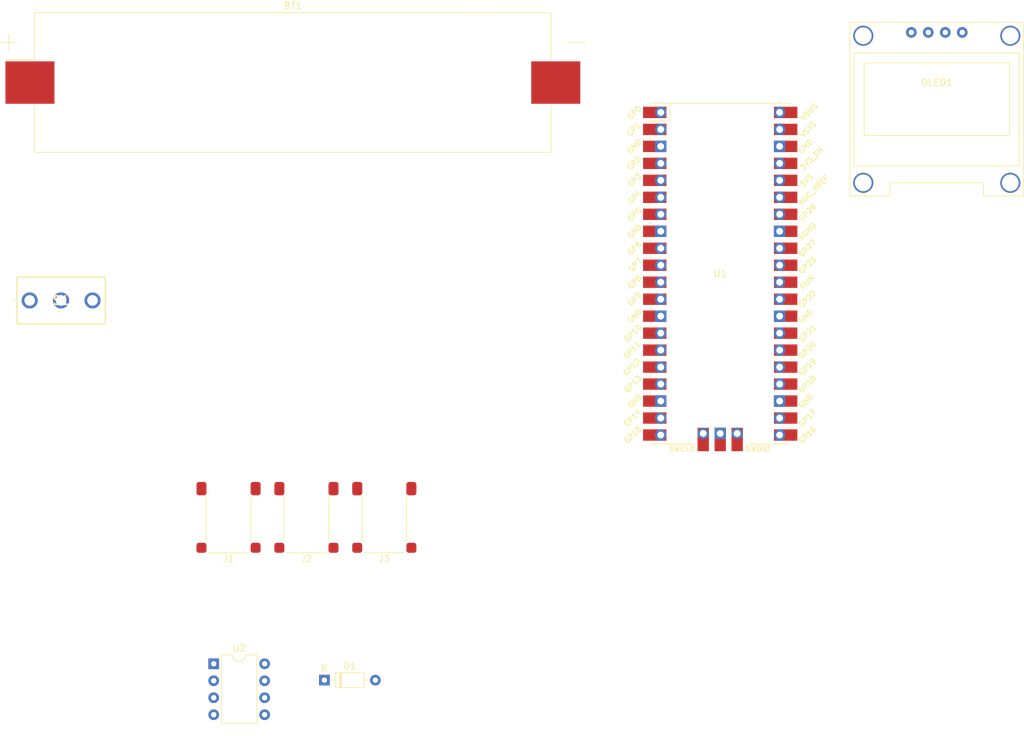
<source format=kicad_pcb>
(kicad_pcb (version 20240108) (generator "pcbnew") (generator_version "8.0")
  (layers (0 "F.Cu" signal) (31 "B.Cu" signal) (34 "B.Paste" user) (35 "F.Paste" user) (36 "B.SilkS" user "B.Silkscreen") (37 "F.SilkS" user "F.Silkscreen") (38 "B.Mask" user) (39 "F.Mask" user) (44 "Edge.Cuts" user))
  (net 0 "")
  (net 53 "Net-(D1-A)")
  (net 54 "Net-(D1-K)")
  (net 55 "Net-(J1-PadR)")
  (net 56 "Net-(C1-Pad1)")
  (net 57 "Net-(J2-PadR)")
  (net 58 "GND")
  (net 59 "Net-(J2-PadT)")
  (net 60 "Net-(J3-PadT)")
  (net 61 "Net-(J3-PadR)")
  (net 62 "Net-(U2-VO2)")
  (net 64 "+3.3V")
  (footprint "Connector_Audio:Jack_3.5mm_Lumberg_1503_02_Horizontal" (layer "F.Cu") (at 118.25 131.45)
    (property "Reference" "J1" (at 0 8 0) (layer "F.SilkS"))
    (property "Value" "MIDI IN")
    (fp_line (start -3.35 -1.24) (end -3.35 5.29) (stroke (width 0.12)) (layer "F.SilkS"))
    (fp_line (start 3.04 7.1) (end -3.04 7.1) (stroke (width 0.12)) (layer "F.SilkS"))
    (fp_line (start 3.35 -1.24) (end 3.35 5.29) (stroke (width 0.12)) (layer "F.SilkS"))
    (pad "" np_thru_hole circle (at -2.5 2.5) (size 1.2 1.2) (drill 1.2) (layers "F&B.Cu" "*.Mask"))
    (pad "" np_thru_hole circle (at 2.5 2.5) (size 1.2 1.2) (drill 1.2) (layers "F&B.Cu" "*.Mask"))
    (pad "R" smd roundrect (at 4.05 6.35) (size 1.5 1.5) (layers "F.Cu" "F.Paste" "F.Mask") (net 55 "Net-(J1-PadR)"))
    (pad "S" smd roundrect (at -4.05 6.35) (size 1.5 1.5) (layers "F.Cu" "F.Paste" "F.Mask") (net 56 "Net-(C1-Pad1)"))
    (pad "T" smd roundrect (at -4.05 -2.5) (size 1.5 2) (layers "F.Cu" "F.Paste" "F.Mask") (net 53 "Net-(D1-A)"))
    (pad "T" smd roundrect (at 4.05 -2.5) (size 1.5 2) (layers "F.Cu" "F.Paste" "F.Mask") (net 53 "Net-(D1-A)"))
  )
  (footprint "5236ab:5236AB" (layer "F.Cu") (at 88.5 100.8)
    (property "Reference" "S1" (at 4.7 0 0) (layer "F.SilkS") (effects (font (size 1.27 1.27) (thickness 0.254))))
    (property "Value" "5236AB" (hide yes))
    (fp_line (start -2.5 0) (end -2.5 0) (stroke (width 0.2)) (layer "F.SilkS"))
    (fp_line (start -2.4 0) (end -2.4 0) (stroke (width 0.2)) (layer "F.SilkS"))
    (fp_line (start -1.9 -3.5) (end 11.3 -3.5) (stroke (width 0.2)) (layer "F.SilkS"))
    (fp_line (start -1.9 3.5) (end -1.9 -3.5) (stroke (width 0.2)) (layer "F.SilkS"))
    (fp_line (start 11.3 -3.5) (end 11.3 3.5) (stroke (width 0.2)) (layer "F.SilkS"))
    (fp_line (start 11.3 3.5) (end -1.9 3.5) (stroke (width 0.2)) (layer "F.SilkS"))
    (fp_arc (start -2.5 0) (mid -2.45 -0.05) (end -2.4 0) (stroke (width 0.2)) (layer "F.SilkS"))
    (fp_arc (start -2.4 0) (mid -2.45 0.05) (end -2.5 0) (stroke (width 0.2)) (layer "F.SilkS"))
    (pad "1" thru_hole circle (at 0 0) (size 2.4 2.4) (drill 1.6) (layers "*.Cu" "*.Mask"))
    (pad "2" thru_hole circle (at 4.7 0) (size 2.4 2.4) (drill 1.6) (layers "*.Cu" "*.Mask"))
    (pad "3" thru_hole circle (at 9.4 0) (size 2.4 2.4) (drill 1.6) (layers "*.Cu" "*.Mask"))
  )
  (footprint "Connector_Audio:Jack_3.5mm_Lumberg_1503_02_Horizontal" (layer "F.Cu") (at 141.55 131.45)
    (property "Reference" "J3" (at 0 8 0) (layer "F.SilkS"))
    (property "Value" "MIDI THRU")
    (fp_line (start -3.35 -1.24) (end -3.35 5.29) (stroke (width 0.12)) (layer "F.SilkS"))
    (fp_line (start 3.04 7.1) (end -3.04 7.1) (stroke (width 0.12)) (layer "F.SilkS"))
    (fp_line (start 3.35 -1.24) (end 3.35 5.29) (stroke (width 0.12)) (layer "F.SilkS"))
    (pad "" np_thru_hole circle (at -2.5 2.5) (size 1.2 1.2) (drill 1.2) (layers "F&B.Cu" "*.Mask"))
    (pad "" np_thru_hole circle (at 2.5 2.5) (size 1.2 1.2) (drill 1.2) (layers "F&B.Cu" "*.Mask"))
    (pad "R" smd roundrect (at 4.05 6.35) (size 1.5 1.5) (layers "F.Cu" "F.Paste" "F.Mask") (net 61 "Net-(J3-PadR)"))
    (pad "S" smd roundrect (at -4.05 6.35) (size 1.5 1.5) (layers "F.Cu" "F.Paste" "F.Mask") (net 58 "GND"))
    (pad "T" smd roundrect (at -4.05 -2.5) (size 1.5 2) (layers "F.Cu" "F.Paste" "F.Mask") (net 60 "Net-(J3-PadT)"))
    (pad "T" smd roundrect (at 4.05 -2.5) (size 1.5 2) (layers "F.Cu" "F.Paste" "F.Mask") (net 60 "Net-(J3-PadT)"))
  )
  (footprint "Battery:BatteryHolder_Keystone_1042_1x18650" (layer "F.Cu") (at 127.87 68.2)
    (property "Reference" "BT1" (at 0 -11.5 0) (layer "F.SilkS"))
    (property "Value" "Battery_Cell")
    (fp_line (start -43.75 -6) (end -41.25 -6) (stroke (width 0.12)) (layer "F.SilkS"))
    (fp_line (start -42.5 -4.75) (end -42.5 -7.25) (stroke (width 0.12)) (layer "F.SilkS"))
    (fp_line (start -38.64 -10.44) (end -38.64 -3.44) (stroke (width 0.12)) (layer "F.SilkS"))
    (fp_line (start -38.64 -3.44) (end -43 -3.44) (stroke (width 0.12)) (layer "F.SilkS"))
    (fp_line (start -38.64 10.44) (end -38.64 3.44) (stroke (width 0.12)) (layer "F.SilkS"))
    (fp_line (start 38.64 -10.44) (end -38.64 -10.44) (stroke (width 0.12)) (layer "F.SilkS"))
    (fp_line (start 38.64 -3.44) (end 38.64 -10.42) (stroke (width 0.12)) (layer "F.SilkS"))
    (fp_line (start 38.64 3.44) (end 38.64 10.44) (stroke (width 0.12)) (layer "F.SilkS"))
    (fp_line (start 38.64 10.44) (end -38.64 10.44) (stroke (width 0.12)) (layer "F.SilkS"))
    (fp_line (start 43.75 -6) (end 41.25 -6) (stroke (width 0.12)) (layer "F.SilkS"))
    (pad "" np_thru_hole circle (at -35.93 -8) (size 2.39 2.39) (drill 2.39) (layers "*.Cu" "*.Mask"))
    (pad "" np_thru_hole circle (at -27.6 8) (size 3.45 3.45) (drill 3.45) (layers "*.Cu" "*.Mask"))
    (pad "" np_thru_hole circle (at 27.6 -8) (size 3.45 3.45) (drill 3.45) (layers "*.Cu" "*.Mask"))
    (pad "1" smd rect (at -39.33 0) (size 7.34 6.35) (layers "F.Cu" "F.Paste" "F.Mask"))
    (pad "2" smd rect (at 39.33 0) (size 7.34 6.35) (layers "F.Cu" "F.Paste" "F.Mask"))
  )
  (footprint "KiCad-RP-Pico:RPi_Pico_SMD_TH" (layer "F.Cu") (at 191.8 96.8)
    (property "Reference" "U1" (at 0 0 0) (layer "F.SilkS"))
    (property "Value" "Pico")
    (fp_line (start -10.5 -25.5) (end -10.5 -25.2) (stroke (width 0.12)) (layer "F.SilkS"))
    (fp_line (start -10.5 -25.5) (end 10.5 -25.5) (stroke (width 0.12)) (layer "F.SilkS"))
    (fp_line (start -10.5 -23.1) (end -10.5 -22.7) (stroke (width 0.12)) (layer "F.SilkS"))
    (fp_line (start -10.5 -22.833) (end -7.493 -22.833) (stroke (width 0.12)) (layer "F.SilkS"))
    (fp_line (start -10.5 -20.5) (end -10.5 -20.1) (stroke (width 0.12)) (layer "F.SilkS"))
    (fp_line (start -10.5 -18) (end -10.5 -17.6) (stroke (width 0.12)) (layer "F.SilkS"))
    (fp_line (start -10.5 -15.4) (end -10.5 -15) (stroke (width 0.12)) (layer "F.SilkS"))
    (fp_line (start -10.5 -12.9) (end -10.5 -12.5) (stroke (width 0.12)) (layer "F.SilkS"))
    (fp_line (start -10.5 -10.4) (end -10.5 -10) (stroke (width 0.12)) (layer "F.SilkS"))
    (fp_line (start -10.5 -7.8) (end -10.5 -7.4) (stroke (width 0.12)) (layer "F.SilkS"))
    (fp_line (start -10.5 -5.3) (end -10.5 -4.9) (stroke (width 0.12)) (layer "F.SilkS"))
    (fp_line (start -10.5 -2.7) (end -10.5 -2.3) (stroke (width 0.12)) (layer "F.SilkS"))
    (fp_line (start -10.5 -0.2) (end -10.5 0.2) (stroke (width 0.12)) (layer "F.SilkS"))
    (fp_line (start -10.5 2.3) (end -10.5 2.7) (stroke (width 0.12)) (layer "F.SilkS"))
    (fp_line (start -10.5 4.9) (end -10.5 5.3) (stroke (width 0.12)) (layer "F.SilkS"))
    (fp_line (start -10.5 7.4) (end -10.5 7.8) (stroke (width 0.12)) (layer "F.SilkS"))
    (fp_line (start -10.5 10) (end -10.5 10.4) (stroke (width 0.12)) (layer "F.SilkS"))
    (fp_line (start -10.5 12.5) (end -10.5 12.9) (stroke (width 0.12)) (layer "F.SilkS"))
    (fp_line (start -10.5 15.1) (end -10.5 15.5) (stroke (width 0.12)) (layer "F.SilkS"))
    (fp_line (start -10.5 17.6) (end -10.5 18) (stroke (width 0.12)) (layer "F.SilkS"))
    (fp_line (start -10.5 20.1) (end -10.5 20.5) (stroke (width 0.12)) (layer "F.SilkS"))
    (fp_line (start -10.5 22.7) (end -10.5 23.1) (stroke (width 0.12)) (layer "F.SilkS"))
    (fp_line (start -7.493 -22.833) (end -7.493 -25.5) (stroke (width 0.12)) (layer "F.SilkS"))
    (fp_line (start -3.7 25.5) (end -10.5 25.5) (stroke (width 0.12)) (layer "F.SilkS"))
    (fp_line (start -1.5 25.5) (end -1.1 25.5) (stroke (width 0.12)) (layer "F.SilkS"))
    (fp_line (start 1.1 25.5) (end 1.5 25.5) (stroke (width 0.12)) (layer "F.SilkS"))
    (fp_line (start 10.5 -25.5) (end 10.5 -25.2) (stroke (width 0.12)) (layer "F.SilkS"))
    (fp_line (start 10.5 -23.1) (end 10.5 -22.7) (stroke (width 0.12)) (layer "F.SilkS"))
    (fp_line (start 10.5 -20.5) (end 10.5 -20.1) (stroke (width 0.12)) (layer "F.SilkS"))
    (fp_line (start 10.5 -18) (end 10.5 -17.6) (stroke (width 0.12)) (layer "F.SilkS"))
    (fp_line (start 10.5 -15.4) (end 10.5 -15) (stroke (width 0.12)) (layer "F.SilkS"))
    (fp_line (start 10.5 -12.9) (end 10.5 -12.5) (stroke (width 0.12)) (layer "F.SilkS"))
    (fp_line (start 10.5 -10.4) (end 10.5 -10) (stroke (width 0.12)) (layer "F.SilkS"))
    (fp_line (start 10.5 -7.8) (end 10.5 -7.4) (stroke (width 0.12)) (layer "F.SilkS"))
    (fp_line (start 10.5 -5.3) (end 10.5 -4.9) (stroke (width 0.12)) (layer "F.SilkS"))
    (fp_line (start 10.5 -2.7) (end 10.5 -2.3) (stroke (width 0.12)) (layer "F.SilkS"))
    (fp_line (start 10.5 -0.2) (end 10.5 0.2) (stroke (width 0.12)) (layer "F.SilkS"))
    (fp_line (start 10.5 2.3) (end 10.5 2.7) (stroke (width 0.12)) (layer "F.SilkS"))
    (fp_line (start 10.5 4.9) (end 10.5 5.3) (stroke (width 0.12)) (layer "F.SilkS"))
    (fp_line (start 10.5 7.4) (end 10.5 7.8) (stroke (width 0.12)) (layer "F.SilkS"))
    (fp_line (start 10.5 10) (end 10.5 10.4) (stroke (width 0.12)) (layer "F.SilkS"))
    (fp_line (start 10.5 12.5) (end 10.5 12.9) (stroke (width 0.12)) (layer "F.SilkS"))
    (fp_line (start 10.5 15.1) (end 10.5 15.5) (stroke (width 0.12)) (layer "F.SilkS"))
    (fp_line (start 10.5 17.6) (end 10.5 18) (stroke (width 0.12)) (layer "F.SilkS"))
    (fp_line (start 10.5 20.1) (end 10.5 20.5) (stroke (width 0.12)) (layer "F.SilkS"))
    (fp_line (start 10.5 22.7) (end 10.5 23.1) (stroke (width 0.12)) (layer "F.SilkS"))
    (fp_line (start 10.5 25.5) (end 3.7 25.5) (stroke (width 0.12)) (layer "F.SilkS"))
    (fp_text user "GP12" (at -13.2 13.97 45) (layer "F.SilkS") (effects (font (size 0.8 0.8))))
    (fp_text user "GND" (at -12.8 -19.05 45) (layer "F.SilkS") (effects (font (size 0.8 0.8))))
    (fp_text user "GP4" (at -12.8 -11.43 45) (layer "F.SilkS") (effects (font (size 0.8 0.8))))
    (fp_text user "VSYS" (at 13.2 -21.59 45) (layer "F.SilkS") (effects (font (size 0.8 0.8))))
    (fp_text user "GP27" (at 13.054 -3.8 45) (layer "F.SilkS") (effects (font (size 0.8 0.8))))
    (fp_text user "GP28" (at 13.054 -9.144 45) (layer "F.SilkS") (effects (font (size 0.8 0.8))))
    (fp_text user "GND" (at -12.8 19.05 45) (layer "F.SilkS") (effects (font (size 0.8 0.8))))
    (fp_text user "GP18" (at 13.054 16.51 45) (layer "F.SilkS") (effects (font (size 0.8 0.8))))
    (fp_text user "GP20" (at 13.054 11.43 45) (layer "F.SilkS") (effects (font (size 0.8 0.8))))
    (fp_text user "GP19" (at 13.054 13.97 45) (layer "F.SilkS") (effects (font (size 0.8 0.8))))
    (fp_text user "GP15" (at -13.054 24.13 45) (layer "F.SilkS") (effects (font (size 0.8 0.8))))
    (fp_text user "GP5" (at -12.8 -8.89 45) (layer "F.SilkS") (effects (font (size 0.8 0.8))))
    (fp_text user "GND" (at 12.8 19.05 45) (layer "F.SilkS") (effects (font (size 0.8 0.8))))
    (fp_text user "GP26" (at 13.054 -1.27 45) (layer "F.SilkS") (effects (font (size 0.8 0.8))))
    (fp_text user "RUN" (at 13 1.27 45) (layer "F.SilkS") (effects (font (size 0.8 0.8))))
    (fp_text user "GP22" (at 13.054 3.81 45) (layer "F.SilkS") (effects (font (size 0.8 0.8))))
    (fp_text user "GP21" (at 13.054 8.9 45) (layer "F.SilkS") (effects (font (size 0.8 0.8))))
    (fp_text user "GP9" (at -12.8 3.81 45) (layer "F.SilkS") (effects (font (size 0.8 0.8))))
    (fp_text user "GP10" (at -13.054 8.89 45) (layer "F.SilkS") (effects (font (size 0.8 0.8))))
    (fp_text user "3V3_EN" (at 13.7 -17.2 45) (layer "F.SilkS") (effects (font (size 0.8 0.8))))
    (fp_text user "GP14" (at -13.1 21.59 45) (layer "F.SilkS") (effects (font (size 0.8 0.8))))
    (fp_text user "GP2" (at -12.9 -16.51 45) (layer "F.SilkS") (effects (font (size 0.8 0.8))))
    (fp_text user "GP1" (at -12.9 -21.6 45) (layer "F.SilkS") (effects (font (size 0.8 0.8))))
    (fp_text user "GND" (at 12.8 -19.05 45) (layer "F.SilkS") (effects (font (size 0.8 0.8))))
    (fp_text user "VBUS" (at 13.3 -24.2 45) (layer "F.SilkS") (effects (font (size 0.8 0.8))))
    (fp_text user "GP13" (at -13.054 16.51 45) (layer "F.SilkS") (effects (font (size 0.8 0.8))))
    (fp_text user "GP11" (at -13.2 11.43 45) (layer "F.SilkS") (effects (font (size 0.8 0.8))))
    (fp_text user "SWDIO" (at 5.6 26.2 0) (layer "F.SilkS") (effects (font (size 0.8 0.8))))
    (fp_text user "ADC_VREF" (at 14 -12.5 45) (layer "F.SilkS") (effects (font (size 0.8 0.8))))
    (fp_text user "GP8" (at -12.8 1.27 45) (layer "F.SilkS") (effects (font (size 0.8 0.8))))
    (fp_text user "GND" (at -12.8 6.35 45) (layer "F.SilkS") (effects (font (size 0.8 0.8))))
    (fp_text user "GP7" (at -12.7 -1.3 45) (layer "F.SilkS") (effects (font (size 0.8 0.8))))
    (fp_text user "GP3" (at -12.8 -13.97 45) (layer "F.SilkS") (effects (font (size 0.8 0.8))))
    (fp_text user "GND" (at 12.8 6.35 45) (layer "F.SilkS") (effects (font (size 0.8 0.8))))
    (fp_text user "GND" (at -12.8 -6.35 45) (layer "F.SilkS") (effects (font (size 0.8 0.8))))
    (fp_text user "GP17" (at 13.054 21.59 45) (layer "F.SilkS") (effects (font (size 0.8 0.8))))
    (fp_text user "SWCLK" (at -5.7 26.2 0) (layer "F.SilkS") (effects (font (size 0.8 0.8))))
    (fp_text user "AGND" (at 13.054 -6.35 45) (layer "F.SilkS") (effects (font (size 0.8 0.8))))
    (fp_text user "GP6" (at -12.8 -3.81 45) (layer "F.SilkS") (effects (font (size 0.8 0.8))))
    (fp_text user "GP0" (at -12.8 -24.13 45) (layer "F.SilkS") (effects (font (size 0.8 0.8))))
    (fp_text user "3V3" (at 12.9 -13.9 45) (layer "F.SilkS") (effects (font (size 0.8 0.8))))
    (fp_text user "GP16" (at 13.054 24.13 45) (layer "F.SilkS") (effects (font (size 0.8 0.8))))
    (pad "" np_thru_hole oval (at -2.725 -24) (size 1.8 1.8) (drill 1.8) (layers "*.Cu" "*.Mask"))
    (pad "" np_thru_hole oval (at -2.425 -20.97) (size 1.5 1.5) (drill 1.5) (layers "*.Cu" "*.Mask"))
    (pad "" np_thru_hole oval (at 2.425 -20.97) (size 1.5 1.5) (drill 1.5) (layers "*.Cu" "*.Mask"))
    (pad "" np_thru_hole oval (at 2.725 -24) (size 1.8 1.8) (drill 1.8) (layers "*.Cu" "*.Mask"))
    (pad "1" thru_hole oval (at -8.89 -24.13) (size 1.7 1.7) (drill 1.02) (layers "*.Cu" "*.Mask"))
    (pad "1" smd rect (at -8.89 -24.13) (size 3.5 1.7) (drill (offset -0.9 0)) (layers "F.Cu" "F.Mask"))
    (pad "2" thru_hole oval (at -8.89 -21.59) (size 1.7 1.7) (drill 1.02) (layers "*.Cu" "*.Mask"))
    (pad "2" smd rect (at -8.89 -21.59) (size 3.5 1.7) (drill (offset -0.9 0)) (layers "F.Cu" "F.Mask"))
    (pad "3" thru_hole rect (at -8.89 -19.05) (size 1.7 1.7) (drill 1.02) (layers "*.Cu" "*.Mask"))
    (pad "3" smd rect (at -8.89 -19.05) (size 3.5 1.7) (drill (offset -0.9 0)) (layers "F.Cu" "F.Mask"))
    (pad "4" thru_hole oval (at -8.89 -16.51) (size 1.7 1.7) (drill 1.02) (layers "*.Cu" "*.Mask"))
    (pad "4" smd rect (at -8.89 -16.51) (size 3.5 1.7) (drill (offset -0.9 0)) (layers "F.Cu" "F.Mask"))
    (pad "5" thru_hole oval (at -8.89 -13.97) (size 1.7 1.7) (drill 1.02) (layers "*.Cu" "*.Mask"))
    (pad "5" smd rect (at -8.89 -13.97) (size 3.5 1.7) (drill (offset -0.9 0)) (layers "F.Cu" "F.Mask"))
    (pad "6" thru_hole oval (at -8.89 -11.43) (size 1.7 1.7) (drill 1.02) (layers "*.Cu" "*.Mask"))
    (pad "6" smd rect (at -8.89 -11.43) (size 3.5 1.7) (drill (offset -0.9 0)) (layers "F.Cu" "F.Mask"))
    (pad "7" thru_hole oval (at -8.89 -8.89) (size 1.7 1.7) (drill 1.02) (layers "*.Cu" "*.Mask"))
    (pad "7" smd rect (at -8.89 -8.89) (size 3.5 1.7) (drill (offset -0.9 0)) (layers "F.Cu" "F.Mask"))
    (pad "8" thru_hole rect (at -8.89 -6.35) (size 1.7 1.7) (drill 1.02) (layers "*.Cu" "*.Mask"))
    (pad "8" smd rect (at -8.89 -6.35) (size 3.5 1.7) (drill (offset -0.9 0)) (layers "F.Cu" "F.Mask"))
    (pad "9" thru_hole oval (at -8.89 -3.81) (size 1.7 1.7) (drill 1.02) (layers "*.Cu" "*.Mask"))
    (pad "9" smd rect (at -8.89 -3.81) (size 3.5 1.7) (drill (offset -0.9 0)) (layers "F.Cu" "F.Mask"))
    (pad "10" thru_hole oval (at -8.89 -1.27) (size 1.7 1.7) (drill 1.02) (layers "*.Cu" "*.Mask"))
    (pad "10" smd rect (at -8.89 -1.27) (size 3.5 1.7) (drill (offset -0.9 0)) (layers "F.Cu" "F.Mask"))
    (pad "11" thru_hole oval (at -8.89 1.27) (size 1.7 1.7) (drill 1.02) (layers "*.Cu" "*.Mask"))
    (pad "11" smd rect (at -8.89 1.27) (size 3.5 1.7) (drill (offset -0.9 0)) (layers "F.Cu" "F.Mask"))
    (pad "12" thru_hole oval (at -8.89 3.81) (size 1.7 1.7) (drill 1.02) (layers "*.Cu" "*.Mask"))
    (pad "12" smd rect (at -8.89 3.81) (size 3.5 1.7) (drill (offset -0.9 0)) (layers "F.Cu" "F.Mask"))
    (pad "13" thru_hole rect (at -8.89 6.35) (size 1.7 1.7) (drill 1.02) (layers "*.Cu" "*.Mask"))
    (pad "13" smd rect (at -8.89 6.35) (size 3.5 1.7) (drill (offset -0.9 0)) (layers "F.Cu" "F.Mask"))
    (pad "14" thru_hole oval (at -8.89 8.89) (size 1.7 1.7) (drill 1.02) (layers "*.Cu" "*.Mask"))
    (pad "14" smd rect (at -8.89 8.89) (size 3.5 1.7) (drill (offset -0.9 0)) (layers "F.Cu" "F.Mask"))
    (pad "15" thru_hole oval (at -8.89 11.43) (size 1.7 1.7) (drill 1.02) (layers "*.Cu" "*.Mask"))
    (pad "15" smd rect (at -8.89 11.43) (size 3.5 1.7) (drill (offset -0.9 0)) (layers "F.Cu" "F.Mask"))
    (pad "16" thru_hole oval (at -8.89 13.97) (size 1.7 1.7) (drill 1.02) (layers "*.Cu" "*.Mask"))
    (pad "16" smd rect (at -8.89 13.97) (size 3.5 1.7) (drill (offset -0.9 0)) (layers "F.Cu" "F.Mask"))
    (pad "17" thru_hole oval (at -8.89 16.51) (size 1.7 1.7) (drill 1.02) (layers "*.Cu" "*.Mask"))
    (pad "17" smd rect (at -8.89 16.51) (size 3.5 1.7) (drill (offset -0.9 0)) (layers "F.Cu" "F.Mask"))
    (pad "18" thru_hole rect (at -8.89 19.05) (size 1.7 1.7) (drill 1.02) (layers "*.Cu" "*.Mask"))
    (pad "18" smd rect (at -8.89 19.05) (size 3.5 1.7) (drill (offset -0.9 0)) (layers "F.Cu" "F.Mask"))
    (pad "19" thru_hole oval (at -8.89 21.59) (size 1.7 1.7) (drill 1.02) (layers "*.Cu" "*.Mask"))
    (pad "19" smd rect (at -8.89 21.59) (size 3.5 1.7) (drill (offset -0.9 0)) (layers "F.Cu" "F.Mask"))
    (pad "20" thru_hole oval (at -8.89 24.13) (size 1.7 1.7) (drill 1.02) (layers "*.Cu" "*.Mask"))
    (pad "20" smd rect (at -8.89 24.13) (size 3.5 1.7) (drill (offset -0.9 0)) (layers "F.Cu" "F.Mask"))
    (pad "21" thru_hole oval (at 8.89 24.13) (size 1.7 1.7) (drill 1.02) (layers "*.Cu" "*.Mask"))
    (pad "21" smd rect (at 8.89 24.13) (size 3.5 1.7) (drill (offset 0.9 0)) (layers "F.Cu" "F.Mask"))
    (pad "22" thru_hole oval (at 8.89 21.59) (size 1.7 1.7) (drill 1.02) (layers "*.Cu" "*.Mask"))
    (pad "22" smd rect (at 8.89 21.59) (size 3.5 1.7) (drill (offset 0.9 0)) (layers "F.Cu" "F.Mask"))
    (pad "23" thru_hole rect (at 8.89 19.05) (size 1.7 1.7) (drill 1.02) (layers "*.Cu" "*.Mask"))
    (pad "23" smd rect (at 8.89 19.05) (size 3.5 1.7) (drill (offset 0.9 0)) (layers "F.Cu" "F.Mask"))
    (pad "24" thru_hole oval (at 8.89 16.51) (size 1.7 1.7) (drill 1.02) (layers "*.Cu" "*.Mask"))
    (pad "24" smd rect (at 8.89 16.51) (size 3.5 1.7) (drill (offset 0.9 0)) (layers "F.Cu" "F.Mask"))
    (pad "25" thru_hole oval (at 8.89 13.97) (size 1.7 1.7) (drill 1.02) (layers "*.Cu" "*.Mask"))
    (pad "25" smd rect (at 8.89 13.97) (size 3.5 1.7) (drill (offset 0.9 0)) (layers "F.Cu" "F.Mask"))
    (pad "26" thru_hole oval (at 8.89 11.43) (size 1.7 1.7) (drill 1.02) (layers "*.Cu" "*.Mask"))
    (pad "26" smd rect (at 8.89 11.43) (size 3.5 1.7) (drill (offset 0.9 0)) (layers "F.Cu" "F.Mask"))
    (pad "27" thru_hole oval (at 8.89 8.89) (size 1.7 1.7) (drill 1.02) (layers "*.Cu" "*.Mask"))
    (pad "27" smd rect (at 8.89 8.89) (size 3.5 1.7) (drill (offset 0.9 0)) (layers "F.Cu" "F.Mask"))
    (pad "28" thru_hole rect (at 8.89 6.35) (size 1.7 1.7) (drill 1.02) (layers "*.Cu" "*.Mask"))
    (pad "28" smd rect (at 8.89 6.35) (size 3.5 1.7) (drill (offset 0.9 0)) (layers "F.Cu" "F.Mask"))
    (pad "29" thru_hole oval (at 8.89 3.81) (size 1.7 1.7) (drill 1.02) (layers "*.Cu" "*.Mask"))
    (pad "29" smd rect (at 8.89 3.81) (size 3.5 1.7) (drill (offset 0.9 0)) (layers "F.Cu" "F.Mask"))
    (pad "30" thru_hole oval (at 8.89 1.27) (size 1.7 1.7) (drill 1.02) (layers "*.Cu" "*.Mask"))
    (pad "30" smd rect (at 8.89 1.27) (size 3.5 1.7) (drill (offset 0.9 0)) (layers "F.Cu" "F.Mask"))
    (pad "31" thru_hole oval (at 8.89 -1.27) (size 1.7 1.7) (drill 1.02) (layers "*.Cu" "*.Mask"))
    (pad "31" smd rect (at 8.89 -1.27) (size 3.5 1.7) (drill (offset 0.9 0)) (layers "F.Cu" "F.Mask"))
    (pad "32" thru_hole oval (at 8.89 -3.81) (size 1.7 1.7) (drill 1.02) (layers "*.Cu" "*.Mask"))
    (pad "32" smd rect (at 8.89 -3.81) (size 3.5 1.7) (drill (offset 0.9 0)) (layers "F.Cu" "F.Mask"))
    (pad "33" thru_hole rect (at 8.89 -6.35) (size 1.7 1.7) (drill 1.02) (layers "*.Cu" "*.Mask"))
    (pad "33" smd rect (at 8.89 -6.35) (size 3.5 1.7) (drill (offset 0.9 0)) (layers "F.Cu" "F.Mask"))
    (pad "34" thru_hole oval (at 8.89 -8.89) (size 1.7 1.7) (drill 1.02) (layers "*.Cu" "*.Mask"))
    (pad "34" smd rect (at 8.89 -8.89) (size 3.5 1.7) (drill (offset 0.9 0)) (layers "F.Cu" "F.Mask"))
    (pad "35" thru_hole oval (at 8.89 -11.43) (size 1.7 1.7) (drill 1.02) (layers "*.Cu" "*.Mask"))
    (pad "35" smd rect (at 8.89 -11.43) (size 3.5 1.7) (drill (offset 0.9 0)) (layers "F.Cu" "F.Mask"))
    (pad "36" thru_hole oval (at 8.89 -13.97) (size 1.7 1.7) (drill 1.02) (layers "*.Cu" "*.Mask"))
    (pad "36" smd rect (at 8.89 -13.97) (size 3.5 1.7) (drill (offset 0.9 0)) (layers "F.Cu" "F.Mask"))
    (pad "37" thru_hole oval (at 8.89 -16.51) (size 1.7 1.7) (drill 1.02) (layers "*.Cu" "*.Mask"))
    (pad "37" smd rect (at 8.89 -16.51) (size 3.5 1.7) (drill (offset 0.9 0)) (layers "F.Cu" "F.Mask"))
    (pad "38" thru_hole rect (at 8.89 -19.05) (size 1.7 1.7) (drill 1.02) (layers "*.Cu" "*.Mask"))
    (pad "38" smd rect (at 8.89 -19.05) (size 3.5 1.7) (drill (offset 0.9 0)) (layers "F.Cu" "F.Mask"))
    (pad "39" thru_hole oval (at 8.89 -21.59) (size 1.7 1.7) (drill 1.02) (layers "*.Cu" "*.Mask"))
    (pad "39" smd rect (at 8.89 -21.59) (size 3.5 1.7) (drill (offset 0.9 0)) (layers "F.Cu" "F.Mask"))
    (pad "40" thru_hole oval (at 8.89 -24.13) (size 1.7 1.7) (drill 1.02) (layers "*.Cu" "*.Mask"))
    (pad "40" smd rect (at 8.89 -24.13) (size 3.5 1.7) (drill (offset 0.9 0)) (layers "F.Cu" "F.Mask"))
    (pad "41" thru_hole oval (at -2.54 23.9) (size 1.7 1.7) (drill 1.02) (layers "*.Cu" "*.Mask"))
    (pad "41" smd rect (at -2.54 23.9 90) (size 3.5 1.7) (drill (offset -0.9 0)) (layers "F.Cu" "F.Mask"))
    (pad "42" thru_hole rect (at 0 23.9) (size 1.7 1.7) (drill 1.02) (layers "*.Cu" "*.Mask"))
    (pad "42" smd rect (at 0 23.9 90) (size 3.5 1.7) (drill (offset -0.9 0)) (layers "F.Cu" "F.Mask"))
    (pad "43" thru_hole oval (at 2.54 23.9) (size 1.7 1.7) (drill 1.02) (layers "*.Cu" "*.Mask"))
    (pad "43" smd rect (at 2.54 23.9 90) (size 3.5 1.7) (drill (offset -0.9 0)) (layers "F.Cu" "F.Mask"))
  )
  (footprint "ssd1306:SSD1306_0.96_Oled" (layer "F.Cu") (at 211.2 85.2)
    (property "Reference" "OLED1" (at 13 -17 0) (layer "F.SilkS"))
    (property "Value" "SSD1306")
    (fp_line (start 0 -26) (end 0 0) (stroke (width 0.12)) (layer "F.SilkS"))
    (fp_line (start 0 0) (end 6 0) (stroke (width 0.12)) (layer "F.SilkS"))
    (fp_line (start 0.63 -21.43) (end 0.63 -4.53) (stroke (width 0.12)) (layer "F.SilkS"))
    (fp_line (start 0.63 -4.53) (end 25.33 -4.53) (stroke (width 0.12)) (layer "F.SilkS"))
    (fp_line (start 2.13 -19.95) (end 2.13 -9.09) (stroke (width 0.12)) (layer "F.SilkS"))
    (fp_line (start 2.13 -9.09) (end 23.87 -9.09) (stroke (width 0.12)) (layer "F.SilkS"))
    (fp_line (start 6 -2) (end 20 -2) (stroke (width 0.12)) (layer "F.SilkS"))
    (fp_line (start 6 0) (end 6 -2) (stroke (width 0.12)) (layer "F.SilkS"))
    (fp_line (start 20 -2) (end 20 0) (stroke (width 0.12)) (layer "F.SilkS"))
    (fp_line (start 20 0) (end 26 0) (stroke (width 0.12)) (layer "F.SilkS"))
    (fp_line (start 23.87 -19.95) (end 2.13 -19.95) (stroke (width 0.12)) (layer "F.SilkS"))
    (fp_line (start 23.87 -9.09) (end 23.87 -19.95) (stroke (width 0.12)) (layer "F.SilkS"))
    (fp_line (start 25.33 -21.43) (end 0.63 -21.43) (stroke (width 0.12)) (layer "F.SilkS"))
    (fp_line (start 25.33 -4.53) (end 25.33 -21.43) (stroke (width 0.12)) (layer "F.SilkS"))
    (fp_line (start 26 -26) (end 0 -26) (stroke (width 0.12)) (layer "F.SilkS"))
    (fp_line (start 26 0) (end 26 -26) (stroke (width 0.12)) (layer "F.SilkS"))
    (pad "" np_thru_hole circle (at 2 -24) (size 3 3) (drill 2.5) (layers "F&B.Cu" "*.Mask"))
    (pad "" np_thru_hole circle (at 2 -2) (size 3 3) (drill 2.5) (layers "F&B.Cu" "*.Mask"))
    (pad "" np_thru_hole circle (at 24 -24) (size 3 3) (drill 2.5) (layers "F&B.Cu" "*.Mask"))
    (pad "" np_thru_hole circle (at 24 -2) (size 3 3) (drill 2.5) (layers "F&B.Cu" "*.Mask"))
    (pad "1" thru_hole circle (at 9.19 -24.5) (size 1.6 1.6) (drill 0.8) (layers "*.Cu" "*.Mask"))
    (pad "2" thru_hole circle (at 11.73 -24.5) (size 1.6 1.6) (drill 0.8) (layers "*.Cu" "*.Mask"))
    (pad "3" thru_hole circle (at 14.27 -24.5) (size 1.6 1.6) (drill 0.8) (layers "*.Cu" "*.Mask"))
    (pad "4" thru_hole circle (at 16.81 -24.5) (size 1.6 1.6) (drill 0.8) (layers "*.Cu" "*.Mask"))
  )
  (footprint "Connector_Audio:Jack_3.5mm_Lumberg_1503_02_Horizontal" (layer "F.Cu") (at 129.9 131.45)
    (property "Reference" "J2" (at 0 8 0) (layer "F.SilkS"))
    (property "Value" "MIDI OUT")
    (fp_line (start -3.35 -1.24) (end -3.35 5.29) (stroke (width 0.12)) (layer "F.SilkS"))
    (fp_line (start 3.04 7.1) (end -3.04 7.1) (stroke (width 0.12)) (layer "F.SilkS"))
    (fp_line (start 3.35 -1.24) (end 3.35 5.29) (stroke (width 0.12)) (layer "F.SilkS"))
    (pad "" np_thru_hole circle (at -2.5 2.5) (size 1.2 1.2) (drill 1.2) (layers "F&B.Cu" "*.Mask"))
    (pad "" np_thru_hole circle (at 2.5 2.5) (size 1.2 1.2) (drill 1.2) (layers "F&B.Cu" "*.Mask"))
    (pad "R" smd roundrect (at 4.05 6.35) (size 1.5 1.5) (layers "F.Cu" "F.Paste" "F.Mask") (net 57 "Net-(J2-PadR)"))
    (pad "S" smd roundrect (at -4.05 6.35) (size 1.5 1.5) (layers "F.Cu" "F.Paste" "F.Mask") (net 58 "GND"))
    (pad "T" smd roundrect (at -4.05 -2.5) (size 1.5 2) (layers "F.Cu" "F.Paste" "F.Mask") (net 59 "Net-(J2-PadT)"))
    (pad "T" smd roundrect (at 4.05 -2.5) (size 1.5 2) (layers "F.Cu" "F.Paste" "F.Mask") (net 59 "Net-(J2-PadT)"))
  )
  (footprint "Diode_THT:D_DO-35_SOD27_P7.62mm_Horizontal" (layer "F.Cu") (at 132.59 157.6)
    (property "Reference" "D1" (at 3.81 -2.12 0) (layer "F.SilkS"))
    (property "Value" "1N914")
    (fp_line (start 1.04 0) (end 1.69 0) (stroke (width 0.12)) (layer "F.SilkS"))
    (fp_line (start 1.69 -1.12) (end 1.69 1.12) (stroke (width 0.12)) (layer "F.SilkS"))
    (fp_line (start 1.69 1.12) (end 5.93 1.12) (stroke (width 0.12)) (layer "F.SilkS"))
    (fp_line (start 2.29 -1.12) (end 2.29 1.12) (stroke (width 0.12)) (layer "F.SilkS"))
    (fp_line (start 2.41 -1.12) (end 2.41 1.12) (stroke (width 0.12)) (layer "F.SilkS"))
    (fp_line (start 2.53 -1.12) (end 2.53 1.12) (stroke (width 0.12)) (layer "F.SilkS"))
    (fp_line (start 5.93 -1.12) (end 1.69 -1.12) (stroke (width 0.12)) (layer "F.SilkS"))
    (fp_line (start 5.93 1.12) (end 5.93 -1.12) (stroke (width 0.12)) (layer "F.SilkS"))
    (fp_line (start 6.58 0) (end 5.93 0) (stroke (width 0.12)) (layer "F.SilkS"))
    (fp_text user "K" (at 0 -1.8 0) (layer "F.SilkS"))
    (pad "1" thru_hole rect (at 0 0) (size 1.6 1.6) (drill 0.8) (layers "*.Cu" "*.Mask") (net 54 "Net-(D1-K)"))
    (pad "2" thru_hole oval (at 7.62 0) (size 1.6 1.6) (drill 0.8) (layers "*.Cu" "*.Mask") (net 53 "Net-(D1-A)"))
  )
  (footprint "Package_DIP:DIP-8_W7.62mm" (layer "F.Cu") (at 116.03 155.15)
    (property "Reference" "U2" (at 3.81 -2.33 0) (layer "F.SilkS"))
    (property "Value" "6N138")
    (fp_line (start 1.16 -1.33) (end 1.16 8.95) (stroke (width 0.12)) (layer "F.SilkS"))
    (fp_line (start 1.16 8.95) (end 6.46 8.95) (stroke (width 0.12)) (layer "F.SilkS"))
    (fp_line (start 2.81 -1.33) (end 1.16 -1.33) (stroke (width 0.12)) (layer "F.SilkS"))
    (fp_line (start 6.46 -1.33) (end 4.81 -1.33) (stroke (width 0.12)) (layer "F.SilkS"))
    (fp_line (start 6.46 8.95) (end 6.46 -1.33) (stroke (width 0.12)) (layer "F.SilkS"))
    (fp_arc (start 4.81 -1.33) (mid 3.81 -0.33) (end 2.81 -1.33) (stroke (width 0.12)) (layer "F.SilkS"))
    (pad "1" thru_hole rect (at 0 0) (size 1.6 1.6) (drill 0.8) (layers "*.Cu" "*.Mask"))
    (pad "2" thru_hole oval (at 0 2.54) (size 1.6 1.6) (drill 0.8) (layers "*.Cu" "*.Mask") (net 54 "Net-(D1-K)"))
    (pad "3" thru_hole oval (at 0 5.08) (size 1.6 1.6) (drill 0.8) (layers "*.Cu" "*.Mask") (net 53 "Net-(D1-A)"))
    (pad "4" thru_hole oval (at 0 7.62) (size 1.6 1.6) (drill 0.8) (layers "*.Cu" "*.Mask"))
    (pad "5" thru_hole oval (at 7.62 7.62) (size 1.6 1.6) (drill 0.8) (layers "*.Cu" "*.Mask") (net 58 "GND"))
    (pad "6" thru_hole oval (at 7.62 5.08) (size 1.6 1.6) (drill 0.8) (layers "*.Cu" "*.Mask") (net 62 "Net-(U2-VO2)"))
    (pad "7" thru_hole oval (at 7.62 2.54) (size 1.6 1.6) (drill 0.8) (layers "*.Cu" "*.Mask"))
    (pad "8" thru_hole oval (at 7.62 0) (size 1.6 1.6) (drill 0.8) (layers "*.Cu" "*.Mask") (net 64 "+3.3V"))
  )
)
</source>
